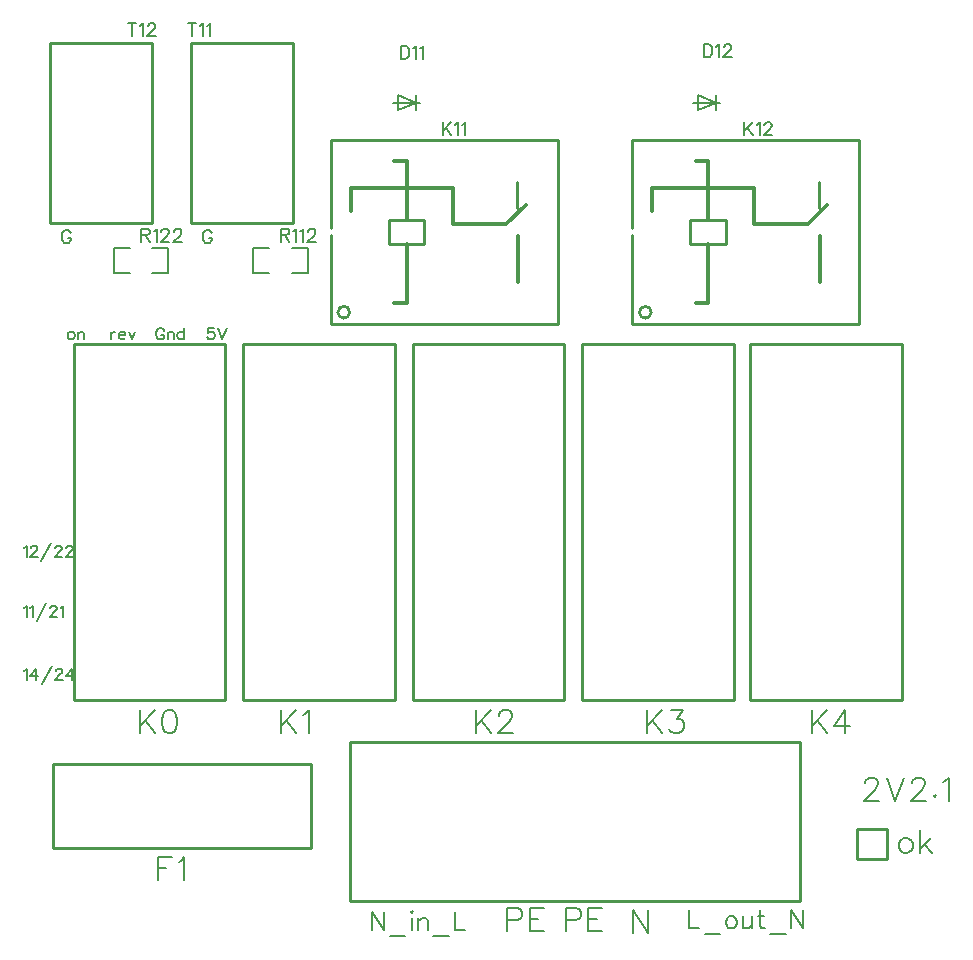
<source format=gto>
G04 Layer: TopSilkscreenLayer*
G04 EasyEDA v6.5.50, 2025-05-27 18:24:41*
G04 5b2fd3c6aefe434ba720ef86c0c68af7,b37a74ae5ac9402f918d5afa9d52dbed,10*
G04 Gerber Generator version 0.2*
G04 Scale: 100 percent, Rotated: No, Reflected: No *
G04 Dimensions in millimeters *
G04 leading zeros omitted , absolute positions ,4 integer and 5 decimal *
%FSLAX45Y45*%
%MOMM*%

%ADD10C,0.2032*%
%ADD11C,0.1524*%
%ADD12C,0.2000*%
%ADD13C,0.2540*%
%ADD14C,0.3000*%
%ADD15C,0.0164*%

%LPD*%
D10*
X5651500Y275841D02*
G01*
X5651500Y122933D01*
X5651500Y122933D02*
G01*
X5738875Y122933D01*
X5786881Y72133D02*
G01*
X5917691Y72133D01*
X6002020Y224787D02*
G01*
X5987541Y217675D01*
X5973063Y202943D01*
X5965697Y181099D01*
X5965697Y166621D01*
X5973063Y144777D01*
X5987541Y130299D01*
X6002020Y122933D01*
X6023863Y122933D01*
X6038341Y130299D01*
X6053074Y144777D01*
X6060186Y166621D01*
X6060186Y181099D01*
X6053074Y202943D01*
X6038341Y217675D01*
X6023863Y224787D01*
X6002020Y224787D01*
X6108191Y224787D02*
G01*
X6108191Y152143D01*
X6115558Y130299D01*
X6130036Y122933D01*
X6151879Y122933D01*
X6166358Y130299D01*
X6188202Y152143D01*
X6188202Y224787D02*
G01*
X6188202Y122933D01*
X6258052Y275841D02*
G01*
X6258052Y152143D01*
X6265418Y130299D01*
X6279895Y122933D01*
X6294374Y122933D01*
X6236208Y224787D02*
G01*
X6287261Y224787D01*
X6342379Y72133D02*
G01*
X6473190Y72133D01*
X6521195Y275841D02*
G01*
X6521195Y122933D01*
X6521195Y275841D02*
G01*
X6623050Y122933D01*
X6623050Y275841D02*
G01*
X6623050Y122933D01*
X2971800Y263141D02*
G01*
X2971800Y110233D01*
X2971800Y263141D02*
G01*
X3073654Y110233D01*
X3073654Y263141D02*
G01*
X3073654Y110233D01*
X3121659Y59433D02*
G01*
X3252470Y59433D01*
X3300475Y263141D02*
G01*
X3307841Y255775D01*
X3314954Y263141D01*
X3307841Y270253D01*
X3300475Y263141D01*
X3307841Y212087D02*
G01*
X3307841Y110233D01*
X3362959Y212087D02*
G01*
X3362959Y110233D01*
X3362959Y183131D02*
G01*
X3384804Y204975D01*
X3399536Y212087D01*
X3421379Y212087D01*
X3435858Y204975D01*
X3442970Y183131D01*
X3442970Y110233D01*
X3490975Y59433D02*
G01*
X3622040Y59433D01*
X3670045Y263141D02*
G01*
X3670045Y110233D01*
X3670045Y110233D02*
G01*
X3757168Y110233D01*
X5181600Y281178D02*
G01*
X5181600Y87376D01*
X5181600Y281178D02*
G01*
X5310886Y87376D01*
X5310886Y281178D02*
G01*
X5310886Y87376D01*
X4610100Y293875D02*
G01*
X4610100Y100073D01*
X4610100Y293875D02*
G01*
X4693158Y293875D01*
X4720843Y284731D01*
X4730241Y275587D01*
X4739386Y257045D01*
X4739386Y229359D01*
X4730241Y210817D01*
X4720843Y201673D01*
X4693158Y192275D01*
X4610100Y192275D01*
X4800345Y293875D02*
G01*
X4800345Y100073D01*
X4800345Y293875D02*
G01*
X4920488Y293875D01*
X4800345Y201673D02*
G01*
X4874259Y201673D01*
X4800345Y100073D02*
G01*
X4920488Y100073D01*
X4114800Y293875D02*
G01*
X4114800Y100073D01*
X4114800Y293875D02*
G01*
X4197858Y293875D01*
X4225543Y284731D01*
X4234941Y275587D01*
X4244086Y257045D01*
X4244086Y229359D01*
X4234941Y210817D01*
X4225543Y201673D01*
X4197858Y192275D01*
X4114800Y192275D01*
X4305045Y293875D02*
G01*
X4305045Y100073D01*
X4305045Y293875D02*
G01*
X4425188Y293875D01*
X4305045Y201673D02*
G01*
X4378959Y201673D01*
X4305045Y100073D02*
G01*
X4425188Y100073D01*
X1155700Y725675D02*
G01*
X1155700Y531873D01*
X1155700Y725675D02*
G01*
X1275842Y725675D01*
X1155700Y633473D02*
G01*
X1229613Y633473D01*
X1336802Y688845D02*
G01*
X1355089Y697989D01*
X1383029Y725675D01*
X1383029Y531873D01*
X1003300Y1970275D02*
G01*
X1003300Y1776473D01*
X1132586Y1970275D02*
G01*
X1003300Y1840989D01*
X1049528Y1887217D02*
G01*
X1132586Y1776473D01*
X1248918Y1970275D02*
G01*
X1221231Y1961131D01*
X1202689Y1933445D01*
X1193545Y1887217D01*
X1193545Y1859531D01*
X1202689Y1813303D01*
X1221231Y1785617D01*
X1248918Y1776473D01*
X1267460Y1776473D01*
X1295145Y1785617D01*
X1313687Y1813303D01*
X1322831Y1859531D01*
X1322831Y1887217D01*
X1313687Y1933445D01*
X1295145Y1961131D01*
X1267460Y1970275D01*
X1248918Y1970275D01*
X2197100Y1970278D02*
G01*
X2197100Y1776476D01*
X2326386Y1970278D02*
G01*
X2197100Y1840992D01*
X2243327Y1887220D02*
G01*
X2326386Y1776476D01*
X2387345Y1933447D02*
G01*
X2405888Y1942592D01*
X2433574Y1970278D01*
X2433574Y1776476D01*
X3848100Y1970278D02*
G01*
X3848100Y1776476D01*
X3977386Y1970278D02*
G01*
X3848100Y1840992D01*
X3894327Y1887220D02*
G01*
X3977386Y1776476D01*
X4047490Y1924050D02*
G01*
X4047490Y1933447D01*
X4056888Y1951989D01*
X4066031Y1961134D01*
X4084574Y1970278D01*
X4121404Y1970278D01*
X4139945Y1961134D01*
X4149090Y1951989D01*
X4158488Y1933447D01*
X4158488Y1914905D01*
X4149090Y1896363D01*
X4130802Y1868678D01*
X4038345Y1776476D01*
X4167631Y1776476D01*
X5295900Y1970275D02*
G01*
X5295900Y1776473D01*
X5425186Y1970275D02*
G01*
X5295900Y1840989D01*
X5342127Y1887217D02*
G01*
X5425186Y1776473D01*
X5504688Y1970275D02*
G01*
X5606288Y1970275D01*
X5550915Y1896361D01*
X5578602Y1896361D01*
X5596890Y1887217D01*
X5606288Y1878073D01*
X5615431Y1850387D01*
X5615431Y1831845D01*
X5606288Y1804159D01*
X5587745Y1785617D01*
X5560059Y1776473D01*
X5532374Y1776473D01*
X5504688Y1785617D01*
X5495290Y1794761D01*
X5486145Y1813303D01*
X6692900Y1970275D02*
G01*
X6692900Y1776473D01*
X6822186Y1970275D02*
G01*
X6692900Y1840989D01*
X6739127Y1887217D02*
G01*
X6822186Y1776473D01*
X6975602Y1970275D02*
G01*
X6883145Y1840989D01*
X7021829Y1840989D01*
X6975602Y1970275D02*
G01*
X6975602Y1776473D01*
D11*
X1614678Y6007605D02*
G01*
X1609344Y6018019D01*
X1598929Y6028433D01*
X1588770Y6033513D01*
X1567942Y6033513D01*
X1557528Y6028433D01*
X1547113Y6018019D01*
X1541779Y6007605D01*
X1536700Y5991857D01*
X1536700Y5965949D01*
X1541779Y5950455D01*
X1547113Y5940041D01*
X1557528Y5929627D01*
X1567942Y5924547D01*
X1588770Y5924547D01*
X1598929Y5929627D01*
X1609344Y5940041D01*
X1614678Y5950455D01*
X1614678Y5965949D01*
X1588770Y5965949D02*
G01*
X1614678Y5965949D01*
X420878Y6007605D02*
G01*
X415544Y6018019D01*
X405129Y6028433D01*
X394970Y6033513D01*
X374142Y6033513D01*
X363728Y6028433D01*
X353313Y6018019D01*
X347979Y6007605D01*
X342900Y5991857D01*
X342900Y5965949D01*
X347979Y5950455D01*
X353313Y5940041D01*
X363728Y5929627D01*
X374142Y5924547D01*
X394970Y5924547D01*
X405129Y5929627D01*
X415544Y5940041D01*
X420878Y5950455D01*
X420878Y5965949D01*
X394970Y5965949D02*
G01*
X420878Y5965949D01*
X1446021Y7786113D02*
G01*
X1446021Y7677147D01*
X1409700Y7786113D02*
G01*
X1482344Y7786113D01*
X1516634Y7765285D02*
G01*
X1527047Y7770619D01*
X1542795Y7786113D01*
X1542795Y7677147D01*
X1577086Y7765285D02*
G01*
X1587500Y7770619D01*
X1602994Y7786113D01*
X1602994Y7677147D01*
X938021Y7786113D02*
G01*
X938021Y7677147D01*
X901700Y7786113D02*
G01*
X974344Y7786113D01*
X1008634Y7765285D02*
G01*
X1019047Y7770619D01*
X1034795Y7786113D01*
X1034795Y7677147D01*
X1074165Y7760205D02*
G01*
X1074165Y7765285D01*
X1079500Y7775699D01*
X1084579Y7781033D01*
X1094994Y7786113D01*
X1115821Y7786113D01*
X1126236Y7781033D01*
X1131315Y7775699D01*
X1136650Y7765285D01*
X1136650Y7754871D01*
X1131315Y7744457D01*
X1120902Y7728963D01*
X1069086Y7677147D01*
X1141729Y7677147D01*
D10*
X7146543Y1352550D02*
G01*
X7146543Y1361947D01*
X7155941Y1380489D01*
X7165086Y1389634D01*
X7183627Y1398778D01*
X7220458Y1398778D01*
X7239000Y1389634D01*
X7248143Y1380489D01*
X7257541Y1361947D01*
X7257541Y1343405D01*
X7248143Y1324863D01*
X7229856Y1297178D01*
X7137400Y1204976D01*
X7266686Y1204976D01*
X7327645Y1398778D02*
G01*
X7401559Y1204976D01*
X7475474Y1398778D02*
G01*
X7401559Y1204976D01*
X7545577Y1352550D02*
G01*
X7545577Y1361947D01*
X7554975Y1380489D01*
X7564120Y1389634D01*
X7582661Y1398778D01*
X7619491Y1398778D01*
X7638034Y1389634D01*
X7647177Y1380489D01*
X7656575Y1361947D01*
X7656575Y1343405D01*
X7647177Y1324863D01*
X7628890Y1297178D01*
X7536434Y1204976D01*
X7665720Y1204976D01*
X7735824Y1250950D02*
G01*
X7726679Y1241805D01*
X7735824Y1232662D01*
X7745222Y1241805D01*
X7735824Y1250950D01*
X7806181Y1361947D02*
G01*
X7824470Y1371092D01*
X7852409Y1398778D01*
X7852409Y1204976D01*
X7475727Y889762D02*
G01*
X7457186Y880363D01*
X7438643Y862076D01*
X7429500Y834389D01*
X7429500Y815847D01*
X7438643Y788162D01*
X7457186Y769620D01*
X7475727Y760476D01*
X7503413Y760476D01*
X7521956Y769620D01*
X7540243Y788162D01*
X7549641Y815847D01*
X7549641Y834389D01*
X7540243Y862076D01*
X7521956Y880363D01*
X7503413Y889762D01*
X7475727Y889762D01*
X7610602Y954278D02*
G01*
X7610602Y760476D01*
X7702804Y889762D02*
G01*
X7610602Y797305D01*
X7647431Y834389D02*
G01*
X7712202Y760476D01*
D11*
X3213100Y7595615D02*
G01*
X3213100Y7486650D01*
X3213100Y7595615D02*
G01*
X3249422Y7595615D01*
X3265170Y7590536D01*
X3275329Y7580121D01*
X3280663Y7569708D01*
X3285743Y7553960D01*
X3285743Y7528052D01*
X3280663Y7512558D01*
X3275329Y7502144D01*
X3265170Y7491729D01*
X3249422Y7486650D01*
X3213100Y7486650D01*
X3320034Y7574787D02*
G01*
X3330447Y7580121D01*
X3346195Y7595615D01*
X3346195Y7486650D01*
X3380486Y7574787D02*
G01*
X3390900Y7580121D01*
X3406393Y7595615D01*
X3406393Y7486650D01*
X5778500Y7608315D02*
G01*
X5778500Y7499350D01*
X5778500Y7608315D02*
G01*
X5814822Y7608315D01*
X5830570Y7603236D01*
X5840729Y7592821D01*
X5846063Y7582408D01*
X5851143Y7566660D01*
X5851143Y7540752D01*
X5846063Y7525258D01*
X5840729Y7514844D01*
X5830570Y7504429D01*
X5814822Y7499350D01*
X5778500Y7499350D01*
X5885434Y7587487D02*
G01*
X5895847Y7592821D01*
X5911595Y7608315D01*
X5911595Y7499350D01*
X5950965Y7582408D02*
G01*
X5950965Y7587487D01*
X5956300Y7597902D01*
X5961379Y7603236D01*
X5971793Y7608315D01*
X5992622Y7608315D01*
X6003036Y7603236D01*
X6008115Y7597902D01*
X6013450Y7587487D01*
X6013450Y7577073D01*
X6008115Y7566660D01*
X5997702Y7551165D01*
X5945886Y7499350D01*
X6018529Y7499350D01*
X25400Y2838704D02*
G01*
X34544Y2843276D01*
X48005Y2856737D01*
X48005Y2761234D01*
X78231Y2838704D02*
G01*
X87121Y2843276D01*
X100837Y2856737D01*
X100837Y2761234D01*
X212597Y2875026D02*
G01*
X130810Y2729484D01*
X247142Y2834131D02*
G01*
X247142Y2838704D01*
X251713Y2847594D01*
X256286Y2852165D01*
X265429Y2856737D01*
X283463Y2856737D01*
X292607Y2852165D01*
X297179Y2847594D01*
X301752Y2838704D01*
X301752Y2829560D01*
X297179Y2820415D01*
X288036Y2806700D01*
X242570Y2761234D01*
X306323Y2761234D01*
X336295Y2838704D02*
G01*
X345439Y2843276D01*
X359155Y2856737D01*
X359155Y2761234D01*
X25400Y3346704D02*
G01*
X34544Y3351276D01*
X48005Y3364737D01*
X48005Y3269234D01*
X82550Y3342131D02*
G01*
X82550Y3346704D01*
X87121Y3355594D01*
X91694Y3360165D01*
X100837Y3364737D01*
X119126Y3364737D01*
X128015Y3360165D01*
X132587Y3355594D01*
X137160Y3346704D01*
X137160Y3337560D01*
X132587Y3328415D01*
X123697Y3314700D01*
X78231Y3269234D01*
X141731Y3269234D01*
X253492Y3383026D02*
G01*
X171704Y3237484D01*
X288036Y3342131D02*
G01*
X288036Y3346704D01*
X292607Y3355594D01*
X297179Y3360165D01*
X306323Y3364737D01*
X324612Y3364737D01*
X333502Y3360165D01*
X338073Y3355594D01*
X342645Y3346704D01*
X342645Y3337560D01*
X338073Y3328415D01*
X328929Y3314700D01*
X283463Y3269234D01*
X347218Y3269234D01*
X381762Y3342131D02*
G01*
X381762Y3346704D01*
X386334Y3355594D01*
X390905Y3360165D01*
X400050Y3364737D01*
X418084Y3364737D01*
X427228Y3360165D01*
X431800Y3355594D01*
X436371Y3346704D01*
X436371Y3337560D01*
X431800Y3328415D01*
X422655Y3314700D01*
X377189Y3269234D01*
X440944Y3269234D01*
X25400Y2305304D02*
G01*
X34544Y2309876D01*
X48005Y2323337D01*
X48005Y2227834D01*
X123697Y2323337D02*
G01*
X78231Y2259837D01*
X146304Y2259837D01*
X123697Y2323337D02*
G01*
X123697Y2227834D01*
X258063Y2341626D02*
G01*
X176276Y2196084D01*
X292607Y2300731D02*
G01*
X292607Y2305304D01*
X297179Y2314194D01*
X301752Y2318765D01*
X310895Y2323337D01*
X328929Y2323337D01*
X338073Y2318765D01*
X342645Y2314194D01*
X347218Y2305304D01*
X347218Y2296160D01*
X342645Y2287015D01*
X333502Y2273300D01*
X288036Y2227834D01*
X351789Y2227834D01*
X427228Y2323337D02*
G01*
X381762Y2259837D01*
X449834Y2259837D01*
X427228Y2323337D02*
G01*
X427228Y2227834D01*
D10*
X416305Y5174487D02*
G01*
X407415Y5169915D01*
X398271Y5160771D01*
X393700Y5147310D01*
X393700Y5138165D01*
X398271Y5124450D01*
X407415Y5115305D01*
X416305Y5110734D01*
X430021Y5110734D01*
X439165Y5115305D01*
X448310Y5124450D01*
X452881Y5138165D01*
X452881Y5147310D01*
X448310Y5160771D01*
X439165Y5169915D01*
X430021Y5174487D01*
X416305Y5174487D01*
X482854Y5174487D02*
G01*
X482854Y5110734D01*
X482854Y5156200D02*
G01*
X496315Y5169915D01*
X505460Y5174487D01*
X519176Y5174487D01*
X528320Y5169915D01*
X532892Y5156200D01*
X532892Y5110734D01*
X762000Y5174487D02*
G01*
X762000Y5110734D01*
X762000Y5147310D02*
G01*
X766571Y5160771D01*
X775715Y5169915D01*
X784605Y5174487D01*
X798321Y5174487D01*
X828294Y5147310D02*
G01*
X882904Y5147310D01*
X882904Y5156200D01*
X878331Y5165344D01*
X873760Y5169915D01*
X864615Y5174487D01*
X851154Y5174487D01*
X842010Y5169915D01*
X832865Y5160771D01*
X828294Y5147310D01*
X828294Y5138165D01*
X832865Y5124450D01*
X842010Y5115305D01*
X851154Y5110734D01*
X864615Y5110734D01*
X873760Y5115305D01*
X882904Y5124450D01*
X912876Y5174487D02*
G01*
X940307Y5110734D01*
X967486Y5174487D02*
G01*
X940307Y5110734D01*
X1211071Y5183631D02*
G01*
X1206754Y5192776D01*
X1197610Y5201665D01*
X1188465Y5206237D01*
X1170178Y5206237D01*
X1161287Y5201665D01*
X1152144Y5192776D01*
X1147571Y5183631D01*
X1143000Y5169915D01*
X1143000Y5147310D01*
X1147571Y5133594D01*
X1152144Y5124450D01*
X1161287Y5115305D01*
X1170178Y5110734D01*
X1188465Y5110734D01*
X1197610Y5115305D01*
X1206754Y5124450D01*
X1211071Y5133594D01*
X1211071Y5147310D01*
X1188465Y5147310D02*
G01*
X1211071Y5147310D01*
X1241297Y5174487D02*
G01*
X1241297Y5110734D01*
X1241297Y5156200D02*
G01*
X1254760Y5169915D01*
X1263904Y5174487D01*
X1277620Y5174487D01*
X1286510Y5169915D01*
X1291081Y5156200D01*
X1291081Y5110734D01*
X1375663Y5206237D02*
G01*
X1375663Y5110734D01*
X1375663Y5160771D02*
G01*
X1366520Y5169915D01*
X1357629Y5174487D01*
X1343913Y5174487D01*
X1334770Y5169915D01*
X1325626Y5160771D01*
X1321307Y5147310D01*
X1321307Y5138165D01*
X1325626Y5124450D01*
X1334770Y5115305D01*
X1343913Y5110734D01*
X1357629Y5110734D01*
X1366520Y5115305D01*
X1375663Y5124450D01*
X1629410Y5206237D02*
G01*
X1583944Y5206237D01*
X1579371Y5165344D01*
X1583944Y5169915D01*
X1597405Y5174487D01*
X1611121Y5174487D01*
X1624837Y5169915D01*
X1633981Y5160771D01*
X1638554Y5147310D01*
X1638554Y5138165D01*
X1633981Y5124450D01*
X1624837Y5115305D01*
X1611121Y5110734D01*
X1597405Y5110734D01*
X1583944Y5115305D01*
X1579371Y5119878D01*
X1574800Y5129021D01*
X1668526Y5206237D02*
G01*
X1704847Y5110734D01*
X1741170Y5206237D02*
G01*
X1704847Y5110734D01*
D11*
X2197100Y6046213D02*
G01*
X2197100Y5937247D01*
X2197100Y6046213D02*
G01*
X2243836Y6046213D01*
X2259329Y6041133D01*
X2264663Y6035799D01*
X2269743Y6025385D01*
X2269743Y6014971D01*
X2264663Y6004557D01*
X2259329Y5999477D01*
X2243836Y5994397D01*
X2197100Y5994397D01*
X2233422Y5994397D02*
G01*
X2269743Y5937247D01*
X2304034Y6025385D02*
G01*
X2314447Y6030719D01*
X2330195Y6046213D01*
X2330195Y5937247D01*
X2364486Y6025385D02*
G01*
X2374900Y6030719D01*
X2390393Y6046213D01*
X2390393Y5937247D01*
X2429763Y6020305D02*
G01*
X2429763Y6025385D01*
X2435097Y6035799D01*
X2440177Y6041133D01*
X2450591Y6046213D01*
X2471420Y6046213D01*
X2481834Y6041133D01*
X2486913Y6035799D01*
X2492247Y6025385D01*
X2492247Y6014971D01*
X2486913Y6004557D01*
X2476500Y5989063D01*
X2424684Y5937247D01*
X2497327Y5937247D01*
X1016000Y6046213D02*
G01*
X1016000Y5937247D01*
X1016000Y6046213D02*
G01*
X1062736Y6046213D01*
X1078229Y6041133D01*
X1083563Y6035799D01*
X1088644Y6025385D01*
X1088644Y6014971D01*
X1083563Y6004557D01*
X1078229Y5999477D01*
X1062736Y5994397D01*
X1016000Y5994397D01*
X1052321Y5994397D02*
G01*
X1088644Y5937247D01*
X1122934Y6025385D02*
G01*
X1133347Y6030719D01*
X1149095Y6046213D01*
X1149095Y5937247D01*
X1188465Y6020305D02*
G01*
X1188465Y6025385D01*
X1193800Y6035799D01*
X1198879Y6041133D01*
X1209294Y6046213D01*
X1230121Y6046213D01*
X1240536Y6041133D01*
X1245615Y6035799D01*
X1250950Y6025385D01*
X1250950Y6014971D01*
X1245615Y6004557D01*
X1235202Y5989063D01*
X1183386Y5937247D01*
X1256029Y5937247D01*
X1295400Y6020305D02*
G01*
X1295400Y6025385D01*
X1300734Y6035799D01*
X1305813Y6041133D01*
X1316228Y6046213D01*
X1337055Y6046213D01*
X1347470Y6041133D01*
X1352550Y6035799D01*
X1357884Y6025385D01*
X1357884Y6014971D01*
X1352550Y6004557D01*
X1342389Y5989063D01*
X1290320Y5937247D01*
X1362963Y5937247D01*
X6121527Y6947913D02*
G01*
X6121527Y6838947D01*
X6194170Y6947913D02*
G01*
X6121527Y6875269D01*
X6147434Y6901177D02*
G01*
X6194170Y6838947D01*
X6228461Y6927085D02*
G01*
X6238875Y6932419D01*
X6254368Y6947913D01*
X6254368Y6838947D01*
X6293993Y6922005D02*
G01*
X6293993Y6927085D01*
X6299072Y6937499D01*
X6304406Y6942833D01*
X6314566Y6947913D01*
X6335395Y6947913D01*
X6345809Y6942833D01*
X6351143Y6937499D01*
X6356222Y6927085D01*
X6356222Y6916671D01*
X6351143Y6906257D01*
X6340729Y6890763D01*
X6288659Y6838947D01*
X6361556Y6838947D01*
X3568827Y6947913D02*
G01*
X3568827Y6838947D01*
X3641470Y6947913D02*
G01*
X3568827Y6875269D01*
X3594734Y6901177D02*
G01*
X3641470Y6838947D01*
X3675761Y6927085D02*
G01*
X3686175Y6932419D01*
X3701668Y6947913D01*
X3701668Y6838947D01*
X3735959Y6927085D02*
G01*
X3746372Y6932419D01*
X3761866Y6947913D01*
X3761866Y6838947D01*
D12*
X3378200Y7112000D02*
G01*
X3149600Y7112000D01*
X3340100Y7112000D02*
G01*
X3187700Y7048500D01*
X3340100Y7112000D02*
G01*
X3187700Y7180206D01*
X3340100Y7175500D02*
G01*
X3340100Y7048500D01*
X3187700Y7175500D02*
G01*
X3187700Y7048500D01*
X5918200Y7112000D02*
G01*
X5689600Y7112000D01*
X5880100Y7112000D02*
G01*
X5727700Y7048500D01*
X5880100Y7112000D02*
G01*
X5727700Y7180206D01*
X5880100Y7175500D02*
G01*
X5880100Y7048500D01*
X5727700Y7175500D02*
G01*
X5727700Y7048500D01*
D13*
X444500Y5067297D02*
G01*
X444500Y2057397D01*
X1727200Y2057397D01*
X1727200Y5067297D01*
X444500Y5067297D01*
X7073900Y965197D02*
G01*
X7327900Y965197D01*
X7327900Y711197D01*
X7073900Y711197D01*
X7073900Y965197D01*
X1435100Y6515097D02*
G01*
X1435100Y7619997D01*
X2298700Y7619997D01*
X2298700Y6095997D01*
X1435100Y6095997D01*
X241300Y6515097D02*
G01*
X241300Y7619997D01*
X1104900Y7619997D01*
X1104900Y6095997D01*
X241300Y6095997D01*
X1435100Y6095997D02*
G01*
X1435100Y6515097D01*
X241300Y6095997D02*
G01*
X241300Y6515097D01*
X6172200Y5067297D02*
G01*
X6172200Y2057397D01*
X7454900Y2057397D01*
X7454900Y5067297D01*
X6172200Y5067297D01*
X3314700Y5067297D02*
G01*
X3314700Y2057397D01*
X4597400Y2057397D01*
X4597400Y5067297D01*
X3314700Y5067297D01*
X4749800Y5067297D02*
G01*
X4749800Y2057397D01*
X6032500Y2057397D01*
X6032500Y5067297D01*
X4749800Y5067297D01*
X1879600Y5067297D02*
G01*
X1879600Y2057397D01*
X3162300Y2057397D01*
X3162300Y5067297D01*
X1879600Y5067297D01*
X2451100Y1512135D02*
G01*
X266700Y1512135D01*
X266700Y800935D01*
X2451100Y800935D01*
X2451100Y1512135D01*
X2781300Y355597D02*
G01*
X2781300Y1701797D01*
X6591300Y1701797D01*
X6591300Y355597D01*
X2781300Y355597D01*
D11*
X2292220Y5670588D02*
G01*
X2428212Y5670588D01*
X2428212Y5886406D01*
X2292220Y5886406D01*
X2101979Y5670588D02*
G01*
X1965987Y5670588D01*
X1965987Y5886406D01*
X2101979Y5886406D01*
X1111120Y5670588D02*
G01*
X1247112Y5670588D01*
X1247112Y5886406D01*
X1111120Y5886406D01*
X920879Y5670588D02*
G01*
X784887Y5670588D01*
X784887Y5886406D01*
X920879Y5886406D01*
D14*
X5816000Y6124882D02*
G01*
X5816000Y6619796D01*
X5816000Y5419798D02*
G01*
X5816000Y5914671D01*
X5816000Y5419801D02*
G01*
X5714212Y5419798D01*
X5816000Y6619793D02*
G01*
X5714212Y6619796D01*
X6762038Y5594093D02*
G01*
X6762038Y5988555D01*
X6660210Y6089901D02*
G01*
X6825259Y6250683D01*
X5342026Y6199797D02*
G01*
X5342026Y6392517D01*
X6205626Y6392517D01*
X6205626Y6092517D01*
X6208039Y6090102D01*
X6609638Y6090102D01*
X6660438Y6090102D01*
D13*
X7095309Y5239799D02*
G01*
X5175298Y5239799D01*
X7095296Y6799800D02*
G01*
X5175285Y6799800D01*
X7095299Y5239796D02*
G01*
X7095299Y6799798D01*
X6755129Y6444485D02*
G01*
X6755129Y6221727D01*
X5175285Y6799800D02*
G01*
X5175285Y6049266D01*
X5175285Y5990328D02*
G01*
X5175285Y5239799D01*
X5667705Y6119797D02*
G01*
X5967704Y6119797D01*
X5967704Y5919797D01*
X5667705Y5919797D01*
X5667705Y6119797D01*
D14*
X3263300Y6124882D02*
G01*
X3263300Y6619796D01*
X3263300Y5419798D02*
G01*
X3263300Y5914671D01*
X3263300Y5419801D02*
G01*
X3161512Y5419798D01*
X3263300Y6619793D02*
G01*
X3161512Y6619796D01*
X4209338Y5594093D02*
G01*
X4209338Y5988555D01*
X4107510Y6089901D02*
G01*
X4272559Y6250683D01*
X2789326Y6199797D02*
G01*
X2789326Y6392517D01*
X3652926Y6392517D01*
X3652926Y6092517D01*
X3655339Y6090102D01*
X4056938Y6090102D01*
X4107738Y6090102D01*
D13*
X4542609Y5239799D02*
G01*
X2622598Y5239799D01*
X4542596Y6799800D02*
G01*
X2622585Y6799800D01*
X4542599Y5239796D02*
G01*
X4542599Y6799798D01*
X4202429Y6444485D02*
G01*
X4202429Y6221727D01*
X2622585Y6799800D02*
G01*
X2622585Y6049266D01*
X2622585Y5990328D02*
G01*
X2622585Y5239799D01*
X3115005Y6119797D02*
G01*
X3415004Y6119797D01*
X3415004Y5919797D01*
X3115005Y5919797D01*
X3115005Y6119797D01*
G75*
G01
X5335219Y5339791D02*
G03X5335219Y5339791I-50013J0D01*
G75*
G01
X2782519Y5339791D02*
G03X2782519Y5339791I-50013J0D01*
M02*

</source>
